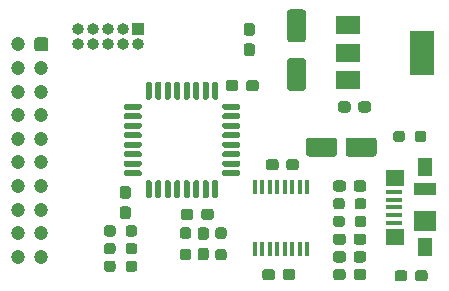
<source format=gbr>
%TF.GenerationSoftware,KiCad,Pcbnew,(5.1.7)-1*%
%TF.CreationDate,2020-11-11T21:59:56+01:00*%
%TF.ProjectId,rgb_ctrl_board,7267625f-6374-4726-9c5f-626f6172642e,rev?*%
%TF.SameCoordinates,Original*%
%TF.FileFunction,Soldermask,Top*%
%TF.FilePolarity,Negative*%
%FSLAX46Y46*%
G04 Gerber Fmt 4.6, Leading zero omitted, Abs format (unit mm)*
G04 Created by KiCad (PCBNEW (5.1.7)-1) date 2020-11-11 21:59:56*
%MOMM*%
%LPD*%
G01*
G04 APERTURE LIST*
%ADD10O,1.000000X1.000000*%
%ADD11R,1.000000X1.000000*%
%ADD12R,2.000000X1.500000*%
%ADD13R,2.000000X3.800000*%
%ADD14R,1.900000X1.000000*%
%ADD15R,1.900000X1.800000*%
%ADD16R,1.300000X1.650000*%
%ADD17R,1.550000X1.425000*%
%ADD18R,1.380000X0.450000*%
%ADD19R,0.400000X1.200000*%
%ADD20C,1.200000*%
G04 APERTURE END LIST*
%TO.C,R10*%
G36*
G01*
X121125000Y-130037500D02*
X121125000Y-129562500D01*
G75*
G02*
X121362500Y-129325000I237500J0D01*
G01*
X121862500Y-129325000D01*
G75*
G02*
X122100000Y-129562500I0J-237500D01*
G01*
X122100000Y-130037500D01*
G75*
G02*
X121862500Y-130275000I-237500J0D01*
G01*
X121362500Y-130275000D01*
G75*
G02*
X121125000Y-130037500I0J237500D01*
G01*
G37*
G36*
G01*
X119300000Y-130037500D02*
X119300000Y-129562500D01*
G75*
G02*
X119537500Y-129325000I237500J0D01*
G01*
X120037500Y-129325000D01*
G75*
G02*
X120275000Y-129562500I0J-237500D01*
G01*
X120275000Y-130037500D01*
G75*
G02*
X120037500Y-130275000I-237500J0D01*
G01*
X119537500Y-130275000D01*
G75*
G02*
X119300000Y-130037500I0J237500D01*
G01*
G37*
%TD*%
%TO.C,R9*%
G36*
G01*
X121125000Y-128537500D02*
X121125000Y-128062500D01*
G75*
G02*
X121362500Y-127825000I237500J0D01*
G01*
X121862500Y-127825000D01*
G75*
G02*
X122100000Y-128062500I0J-237500D01*
G01*
X122100000Y-128537500D01*
G75*
G02*
X121862500Y-128775000I-237500J0D01*
G01*
X121362500Y-128775000D01*
G75*
G02*
X121125000Y-128537500I0J237500D01*
G01*
G37*
G36*
G01*
X119300000Y-128537500D02*
X119300000Y-128062500D01*
G75*
G02*
X119537500Y-127825000I237500J0D01*
G01*
X120037500Y-127825000D01*
G75*
G02*
X120275000Y-128062500I0J-237500D01*
G01*
X120275000Y-128537500D01*
G75*
G02*
X120037500Y-128775000I-237500J0D01*
G01*
X119537500Y-128775000D01*
G75*
G02*
X119300000Y-128537500I0J237500D01*
G01*
G37*
%TD*%
%TO.C,U2*%
G36*
G01*
X122350000Y-122150000D02*
X121100000Y-122150000D01*
G75*
G02*
X120975000Y-122025000I0J125000D01*
G01*
X120975000Y-121775000D01*
G75*
G02*
X121100000Y-121650000I125000J0D01*
G01*
X122350000Y-121650000D01*
G75*
G02*
X122475000Y-121775000I0J-125000D01*
G01*
X122475000Y-122025000D01*
G75*
G02*
X122350000Y-122150000I-125000J0D01*
G01*
G37*
G36*
G01*
X122350000Y-121350000D02*
X121100000Y-121350000D01*
G75*
G02*
X120975000Y-121225000I0J125000D01*
G01*
X120975000Y-120975000D01*
G75*
G02*
X121100000Y-120850000I125000J0D01*
G01*
X122350000Y-120850000D01*
G75*
G02*
X122475000Y-120975000I0J-125000D01*
G01*
X122475000Y-121225000D01*
G75*
G02*
X122350000Y-121350000I-125000J0D01*
G01*
G37*
G36*
G01*
X122350000Y-120550000D02*
X121100000Y-120550000D01*
G75*
G02*
X120975000Y-120425000I0J125000D01*
G01*
X120975000Y-120175000D01*
G75*
G02*
X121100000Y-120050000I125000J0D01*
G01*
X122350000Y-120050000D01*
G75*
G02*
X122475000Y-120175000I0J-125000D01*
G01*
X122475000Y-120425000D01*
G75*
G02*
X122350000Y-120550000I-125000J0D01*
G01*
G37*
G36*
G01*
X122350000Y-119750000D02*
X121100000Y-119750000D01*
G75*
G02*
X120975000Y-119625000I0J125000D01*
G01*
X120975000Y-119375000D01*
G75*
G02*
X121100000Y-119250000I125000J0D01*
G01*
X122350000Y-119250000D01*
G75*
G02*
X122475000Y-119375000I0J-125000D01*
G01*
X122475000Y-119625000D01*
G75*
G02*
X122350000Y-119750000I-125000J0D01*
G01*
G37*
G36*
G01*
X122350000Y-118950000D02*
X121100000Y-118950000D01*
G75*
G02*
X120975000Y-118825000I0J125000D01*
G01*
X120975000Y-118575000D01*
G75*
G02*
X121100000Y-118450000I125000J0D01*
G01*
X122350000Y-118450000D01*
G75*
G02*
X122475000Y-118575000I0J-125000D01*
G01*
X122475000Y-118825000D01*
G75*
G02*
X122350000Y-118950000I-125000J0D01*
G01*
G37*
G36*
G01*
X122350000Y-118150000D02*
X121100000Y-118150000D01*
G75*
G02*
X120975000Y-118025000I0J125000D01*
G01*
X120975000Y-117775000D01*
G75*
G02*
X121100000Y-117650000I125000J0D01*
G01*
X122350000Y-117650000D01*
G75*
G02*
X122475000Y-117775000I0J-125000D01*
G01*
X122475000Y-118025000D01*
G75*
G02*
X122350000Y-118150000I-125000J0D01*
G01*
G37*
G36*
G01*
X122350000Y-117350000D02*
X121100000Y-117350000D01*
G75*
G02*
X120975000Y-117225000I0J125000D01*
G01*
X120975000Y-116975000D01*
G75*
G02*
X121100000Y-116850000I125000J0D01*
G01*
X122350000Y-116850000D01*
G75*
G02*
X122475000Y-116975000I0J-125000D01*
G01*
X122475000Y-117225000D01*
G75*
G02*
X122350000Y-117350000I-125000J0D01*
G01*
G37*
G36*
G01*
X122350000Y-116550000D02*
X121100000Y-116550000D01*
G75*
G02*
X120975000Y-116425000I0J125000D01*
G01*
X120975000Y-116175000D01*
G75*
G02*
X121100000Y-116050000I125000J0D01*
G01*
X122350000Y-116050000D01*
G75*
G02*
X122475000Y-116175000I0J-125000D01*
G01*
X122475000Y-116425000D01*
G75*
G02*
X122350000Y-116550000I-125000J0D01*
G01*
G37*
G36*
G01*
X123225000Y-115675000D02*
X122975000Y-115675000D01*
G75*
G02*
X122850000Y-115550000I0J125000D01*
G01*
X122850000Y-114300000D01*
G75*
G02*
X122975000Y-114175000I125000J0D01*
G01*
X123225000Y-114175000D01*
G75*
G02*
X123350000Y-114300000I0J-125000D01*
G01*
X123350000Y-115550000D01*
G75*
G02*
X123225000Y-115675000I-125000J0D01*
G01*
G37*
G36*
G01*
X124025000Y-115675000D02*
X123775000Y-115675000D01*
G75*
G02*
X123650000Y-115550000I0J125000D01*
G01*
X123650000Y-114300000D01*
G75*
G02*
X123775000Y-114175000I125000J0D01*
G01*
X124025000Y-114175000D01*
G75*
G02*
X124150000Y-114300000I0J-125000D01*
G01*
X124150000Y-115550000D01*
G75*
G02*
X124025000Y-115675000I-125000J0D01*
G01*
G37*
G36*
G01*
X124825000Y-115675000D02*
X124575000Y-115675000D01*
G75*
G02*
X124450000Y-115550000I0J125000D01*
G01*
X124450000Y-114300000D01*
G75*
G02*
X124575000Y-114175000I125000J0D01*
G01*
X124825000Y-114175000D01*
G75*
G02*
X124950000Y-114300000I0J-125000D01*
G01*
X124950000Y-115550000D01*
G75*
G02*
X124825000Y-115675000I-125000J0D01*
G01*
G37*
G36*
G01*
X125625000Y-115675000D02*
X125375000Y-115675000D01*
G75*
G02*
X125250000Y-115550000I0J125000D01*
G01*
X125250000Y-114300000D01*
G75*
G02*
X125375000Y-114175000I125000J0D01*
G01*
X125625000Y-114175000D01*
G75*
G02*
X125750000Y-114300000I0J-125000D01*
G01*
X125750000Y-115550000D01*
G75*
G02*
X125625000Y-115675000I-125000J0D01*
G01*
G37*
G36*
G01*
X126425000Y-115675000D02*
X126175000Y-115675000D01*
G75*
G02*
X126050000Y-115550000I0J125000D01*
G01*
X126050000Y-114300000D01*
G75*
G02*
X126175000Y-114175000I125000J0D01*
G01*
X126425000Y-114175000D01*
G75*
G02*
X126550000Y-114300000I0J-125000D01*
G01*
X126550000Y-115550000D01*
G75*
G02*
X126425000Y-115675000I-125000J0D01*
G01*
G37*
G36*
G01*
X127225000Y-115675000D02*
X126975000Y-115675000D01*
G75*
G02*
X126850000Y-115550000I0J125000D01*
G01*
X126850000Y-114300000D01*
G75*
G02*
X126975000Y-114175000I125000J0D01*
G01*
X127225000Y-114175000D01*
G75*
G02*
X127350000Y-114300000I0J-125000D01*
G01*
X127350000Y-115550000D01*
G75*
G02*
X127225000Y-115675000I-125000J0D01*
G01*
G37*
G36*
G01*
X128025000Y-115675000D02*
X127775000Y-115675000D01*
G75*
G02*
X127650000Y-115550000I0J125000D01*
G01*
X127650000Y-114300000D01*
G75*
G02*
X127775000Y-114175000I125000J0D01*
G01*
X128025000Y-114175000D01*
G75*
G02*
X128150000Y-114300000I0J-125000D01*
G01*
X128150000Y-115550000D01*
G75*
G02*
X128025000Y-115675000I-125000J0D01*
G01*
G37*
G36*
G01*
X128825000Y-115675000D02*
X128575000Y-115675000D01*
G75*
G02*
X128450000Y-115550000I0J125000D01*
G01*
X128450000Y-114300000D01*
G75*
G02*
X128575000Y-114175000I125000J0D01*
G01*
X128825000Y-114175000D01*
G75*
G02*
X128950000Y-114300000I0J-125000D01*
G01*
X128950000Y-115550000D01*
G75*
G02*
X128825000Y-115675000I-125000J0D01*
G01*
G37*
G36*
G01*
X130700000Y-116550000D02*
X129450000Y-116550000D01*
G75*
G02*
X129325000Y-116425000I0J125000D01*
G01*
X129325000Y-116175000D01*
G75*
G02*
X129450000Y-116050000I125000J0D01*
G01*
X130700000Y-116050000D01*
G75*
G02*
X130825000Y-116175000I0J-125000D01*
G01*
X130825000Y-116425000D01*
G75*
G02*
X130700000Y-116550000I-125000J0D01*
G01*
G37*
G36*
G01*
X130700000Y-117350000D02*
X129450000Y-117350000D01*
G75*
G02*
X129325000Y-117225000I0J125000D01*
G01*
X129325000Y-116975000D01*
G75*
G02*
X129450000Y-116850000I125000J0D01*
G01*
X130700000Y-116850000D01*
G75*
G02*
X130825000Y-116975000I0J-125000D01*
G01*
X130825000Y-117225000D01*
G75*
G02*
X130700000Y-117350000I-125000J0D01*
G01*
G37*
G36*
G01*
X130700000Y-118150000D02*
X129450000Y-118150000D01*
G75*
G02*
X129325000Y-118025000I0J125000D01*
G01*
X129325000Y-117775000D01*
G75*
G02*
X129450000Y-117650000I125000J0D01*
G01*
X130700000Y-117650000D01*
G75*
G02*
X130825000Y-117775000I0J-125000D01*
G01*
X130825000Y-118025000D01*
G75*
G02*
X130700000Y-118150000I-125000J0D01*
G01*
G37*
G36*
G01*
X130700000Y-118950000D02*
X129450000Y-118950000D01*
G75*
G02*
X129325000Y-118825000I0J125000D01*
G01*
X129325000Y-118575000D01*
G75*
G02*
X129450000Y-118450000I125000J0D01*
G01*
X130700000Y-118450000D01*
G75*
G02*
X130825000Y-118575000I0J-125000D01*
G01*
X130825000Y-118825000D01*
G75*
G02*
X130700000Y-118950000I-125000J0D01*
G01*
G37*
G36*
G01*
X130700000Y-119750000D02*
X129450000Y-119750000D01*
G75*
G02*
X129325000Y-119625000I0J125000D01*
G01*
X129325000Y-119375000D01*
G75*
G02*
X129450000Y-119250000I125000J0D01*
G01*
X130700000Y-119250000D01*
G75*
G02*
X130825000Y-119375000I0J-125000D01*
G01*
X130825000Y-119625000D01*
G75*
G02*
X130700000Y-119750000I-125000J0D01*
G01*
G37*
G36*
G01*
X130700000Y-120550000D02*
X129450000Y-120550000D01*
G75*
G02*
X129325000Y-120425000I0J125000D01*
G01*
X129325000Y-120175000D01*
G75*
G02*
X129450000Y-120050000I125000J0D01*
G01*
X130700000Y-120050000D01*
G75*
G02*
X130825000Y-120175000I0J-125000D01*
G01*
X130825000Y-120425000D01*
G75*
G02*
X130700000Y-120550000I-125000J0D01*
G01*
G37*
G36*
G01*
X130700000Y-121350000D02*
X129450000Y-121350000D01*
G75*
G02*
X129325000Y-121225000I0J125000D01*
G01*
X129325000Y-120975000D01*
G75*
G02*
X129450000Y-120850000I125000J0D01*
G01*
X130700000Y-120850000D01*
G75*
G02*
X130825000Y-120975000I0J-125000D01*
G01*
X130825000Y-121225000D01*
G75*
G02*
X130700000Y-121350000I-125000J0D01*
G01*
G37*
G36*
G01*
X130700000Y-122150000D02*
X129450000Y-122150000D01*
G75*
G02*
X129325000Y-122025000I0J125000D01*
G01*
X129325000Y-121775000D01*
G75*
G02*
X129450000Y-121650000I125000J0D01*
G01*
X130700000Y-121650000D01*
G75*
G02*
X130825000Y-121775000I0J-125000D01*
G01*
X130825000Y-122025000D01*
G75*
G02*
X130700000Y-122150000I-125000J0D01*
G01*
G37*
G36*
G01*
X128825000Y-124025000D02*
X128575000Y-124025000D01*
G75*
G02*
X128450000Y-123900000I0J125000D01*
G01*
X128450000Y-122650000D01*
G75*
G02*
X128575000Y-122525000I125000J0D01*
G01*
X128825000Y-122525000D01*
G75*
G02*
X128950000Y-122650000I0J-125000D01*
G01*
X128950000Y-123900000D01*
G75*
G02*
X128825000Y-124025000I-125000J0D01*
G01*
G37*
G36*
G01*
X128025000Y-124025000D02*
X127775000Y-124025000D01*
G75*
G02*
X127650000Y-123900000I0J125000D01*
G01*
X127650000Y-122650000D01*
G75*
G02*
X127775000Y-122525000I125000J0D01*
G01*
X128025000Y-122525000D01*
G75*
G02*
X128150000Y-122650000I0J-125000D01*
G01*
X128150000Y-123900000D01*
G75*
G02*
X128025000Y-124025000I-125000J0D01*
G01*
G37*
G36*
G01*
X127225000Y-124025000D02*
X126975000Y-124025000D01*
G75*
G02*
X126850000Y-123900000I0J125000D01*
G01*
X126850000Y-122650000D01*
G75*
G02*
X126975000Y-122525000I125000J0D01*
G01*
X127225000Y-122525000D01*
G75*
G02*
X127350000Y-122650000I0J-125000D01*
G01*
X127350000Y-123900000D01*
G75*
G02*
X127225000Y-124025000I-125000J0D01*
G01*
G37*
G36*
G01*
X126425000Y-124025000D02*
X126175000Y-124025000D01*
G75*
G02*
X126050000Y-123900000I0J125000D01*
G01*
X126050000Y-122650000D01*
G75*
G02*
X126175000Y-122525000I125000J0D01*
G01*
X126425000Y-122525000D01*
G75*
G02*
X126550000Y-122650000I0J-125000D01*
G01*
X126550000Y-123900000D01*
G75*
G02*
X126425000Y-124025000I-125000J0D01*
G01*
G37*
G36*
G01*
X125625000Y-124025000D02*
X125375000Y-124025000D01*
G75*
G02*
X125250000Y-123900000I0J125000D01*
G01*
X125250000Y-122650000D01*
G75*
G02*
X125375000Y-122525000I125000J0D01*
G01*
X125625000Y-122525000D01*
G75*
G02*
X125750000Y-122650000I0J-125000D01*
G01*
X125750000Y-123900000D01*
G75*
G02*
X125625000Y-124025000I-125000J0D01*
G01*
G37*
G36*
G01*
X124825000Y-124025000D02*
X124575000Y-124025000D01*
G75*
G02*
X124450000Y-123900000I0J125000D01*
G01*
X124450000Y-122650000D01*
G75*
G02*
X124575000Y-122525000I125000J0D01*
G01*
X124825000Y-122525000D01*
G75*
G02*
X124950000Y-122650000I0J-125000D01*
G01*
X124950000Y-123900000D01*
G75*
G02*
X124825000Y-124025000I-125000J0D01*
G01*
G37*
G36*
G01*
X124025000Y-124025000D02*
X123775000Y-124025000D01*
G75*
G02*
X123650000Y-123900000I0J125000D01*
G01*
X123650000Y-122650000D01*
G75*
G02*
X123775000Y-122525000I125000J0D01*
G01*
X124025000Y-122525000D01*
G75*
G02*
X124150000Y-122650000I0J-125000D01*
G01*
X124150000Y-123900000D01*
G75*
G02*
X124025000Y-124025000I-125000J0D01*
G01*
G37*
G36*
G01*
X123225000Y-124025000D02*
X122975000Y-124025000D01*
G75*
G02*
X122850000Y-123900000I0J125000D01*
G01*
X122850000Y-122650000D01*
G75*
G02*
X122975000Y-122525000I125000J0D01*
G01*
X123225000Y-122525000D01*
G75*
G02*
X123350000Y-122650000I0J-125000D01*
G01*
X123350000Y-123900000D01*
G75*
G02*
X123225000Y-124025000I-125000J0D01*
G01*
G37*
%TD*%
%TO.C,R7*%
G36*
G01*
X129437500Y-127475000D02*
X128962500Y-127475000D01*
G75*
G02*
X128725000Y-127237500I0J237500D01*
G01*
X128725000Y-126737500D01*
G75*
G02*
X128962500Y-126500000I237500J0D01*
G01*
X129437500Y-126500000D01*
G75*
G02*
X129675000Y-126737500I0J-237500D01*
G01*
X129675000Y-127237500D01*
G75*
G02*
X129437500Y-127475000I-237500J0D01*
G01*
G37*
G36*
G01*
X129437500Y-129300000D02*
X128962500Y-129300000D01*
G75*
G02*
X128725000Y-129062500I0J237500D01*
G01*
X128725000Y-128562500D01*
G75*
G02*
X128962500Y-128325000I237500J0D01*
G01*
X129437500Y-128325000D01*
G75*
G02*
X129675000Y-128562500I0J-237500D01*
G01*
X129675000Y-129062500D01*
G75*
G02*
X129437500Y-129300000I-237500J0D01*
G01*
G37*
%TD*%
%TO.C,C1*%
G36*
G01*
X140825000Y-116537500D02*
X140825000Y-116062500D01*
G75*
G02*
X141062500Y-115825000I237500J0D01*
G01*
X141662500Y-115825000D01*
G75*
G02*
X141900000Y-116062500I0J-237500D01*
G01*
X141900000Y-116537500D01*
G75*
G02*
X141662500Y-116775000I-237500J0D01*
G01*
X141062500Y-116775000D01*
G75*
G02*
X140825000Y-116537500I0J237500D01*
G01*
G37*
G36*
G01*
X139100000Y-116537500D02*
X139100000Y-116062500D01*
G75*
G02*
X139337500Y-115825000I237500J0D01*
G01*
X139937500Y-115825000D01*
G75*
G02*
X140175000Y-116062500I0J-237500D01*
G01*
X140175000Y-116537500D01*
G75*
G02*
X139937500Y-116775000I-237500J0D01*
G01*
X139337500Y-116775000D01*
G75*
G02*
X139100000Y-116537500I0J237500D01*
G01*
G37*
%TD*%
D10*
%TO.C,J3*%
X117120000Y-110970000D03*
X117120000Y-109700000D03*
X118390000Y-110970000D03*
X118390000Y-109700000D03*
X119660000Y-110970000D03*
X119660000Y-109700000D03*
X120930000Y-110970000D03*
X120930000Y-109700000D03*
X122200000Y-110970000D03*
D11*
X122200000Y-109700000D03*
%TD*%
D12*
%TO.C,U1*%
X139950000Y-109400000D03*
X139950000Y-114000000D03*
X139950000Y-111700000D03*
D13*
X146250000Y-111700000D03*
%TD*%
%TO.C,R8*%
G36*
G01*
X145625000Y-119037500D02*
X145625000Y-118562500D01*
G75*
G02*
X145862500Y-118325000I237500J0D01*
G01*
X146362500Y-118325000D01*
G75*
G02*
X146600000Y-118562500I0J-237500D01*
G01*
X146600000Y-119037500D01*
G75*
G02*
X146362500Y-119275000I-237500J0D01*
G01*
X145862500Y-119275000D01*
G75*
G02*
X145625000Y-119037500I0J237500D01*
G01*
G37*
G36*
G01*
X143800000Y-119037500D02*
X143800000Y-118562500D01*
G75*
G02*
X144037500Y-118325000I237500J0D01*
G01*
X144537500Y-118325000D01*
G75*
G02*
X144775000Y-118562500I0J-237500D01*
G01*
X144775000Y-119037500D01*
G75*
G02*
X144537500Y-119275000I-237500J0D01*
G01*
X144037500Y-119275000D01*
G75*
G02*
X143800000Y-119037500I0J237500D01*
G01*
G37*
%TD*%
D14*
%TO.C,J2*%
X146500000Y-123250000D03*
D15*
X146500000Y-125950000D03*
D16*
X146500000Y-121425000D03*
X146500000Y-128175000D03*
D17*
X143925000Y-122312500D03*
X143925000Y-127287500D03*
D18*
X143840000Y-123500000D03*
X143840000Y-124150000D03*
X143840000Y-124800000D03*
X143840000Y-125450000D03*
X143840000Y-126100000D03*
%TD*%
%TO.C,FB1*%
G36*
G01*
X140450000Y-130737500D02*
X140450000Y-130262500D01*
G75*
G02*
X140687500Y-130025000I237500J0D01*
G01*
X141262500Y-130025000D01*
G75*
G02*
X141500000Y-130262500I0J-237500D01*
G01*
X141500000Y-130737500D01*
G75*
G02*
X141262500Y-130975000I-237500J0D01*
G01*
X140687500Y-130975000D01*
G75*
G02*
X140450000Y-130737500I0J237500D01*
G01*
G37*
G36*
G01*
X138700000Y-130737500D02*
X138700000Y-130262500D01*
G75*
G02*
X138937500Y-130025000I237500J0D01*
G01*
X139512500Y-130025000D01*
G75*
G02*
X139750000Y-130262500I0J-237500D01*
G01*
X139750000Y-130737500D01*
G75*
G02*
X139512500Y-130975000I-237500J0D01*
G01*
X138937500Y-130975000D01*
G75*
G02*
X138700000Y-130737500I0J237500D01*
G01*
G37*
%TD*%
%TO.C,C14*%
G36*
G01*
X144975000Y-130362500D02*
X144975000Y-130837500D01*
G75*
G02*
X144737500Y-131075000I-237500J0D01*
G01*
X144137500Y-131075000D01*
G75*
G02*
X143900000Y-130837500I0J237500D01*
G01*
X143900000Y-130362500D01*
G75*
G02*
X144137500Y-130125000I237500J0D01*
G01*
X144737500Y-130125000D01*
G75*
G02*
X144975000Y-130362500I0J-237500D01*
G01*
G37*
G36*
G01*
X146700000Y-130362500D02*
X146700000Y-130837500D01*
G75*
G02*
X146462500Y-131075000I-237500J0D01*
G01*
X145862500Y-131075000D01*
G75*
G02*
X145625000Y-130837500I0J237500D01*
G01*
X145625000Y-130362500D01*
G75*
G02*
X145862500Y-130125000I237500J0D01*
G01*
X146462500Y-130125000D01*
G75*
G02*
X146700000Y-130362500I0J-237500D01*
G01*
G37*
%TD*%
%TO.C,C13*%
G36*
G01*
X134075000Y-120962500D02*
X134075000Y-121437500D01*
G75*
G02*
X133837500Y-121675000I-237500J0D01*
G01*
X133237500Y-121675000D01*
G75*
G02*
X133000000Y-121437500I0J237500D01*
G01*
X133000000Y-120962500D01*
G75*
G02*
X133237500Y-120725000I237500J0D01*
G01*
X133837500Y-120725000D01*
G75*
G02*
X134075000Y-120962500I0J-237500D01*
G01*
G37*
G36*
G01*
X135800000Y-120962500D02*
X135800000Y-121437500D01*
G75*
G02*
X135562500Y-121675000I-237500J0D01*
G01*
X134962500Y-121675000D01*
G75*
G02*
X134725000Y-121437500I0J237500D01*
G01*
X134725000Y-120962500D01*
G75*
G02*
X134962500Y-120725000I237500J0D01*
G01*
X135562500Y-120725000D01*
G75*
G02*
X135800000Y-120962500I0J-237500D01*
G01*
G37*
%TD*%
%TO.C,C12*%
G36*
G01*
X139775000Y-128762500D02*
X139775000Y-129237500D01*
G75*
G02*
X139537500Y-129475000I-237500J0D01*
G01*
X138937500Y-129475000D01*
G75*
G02*
X138700000Y-129237500I0J237500D01*
G01*
X138700000Y-128762500D01*
G75*
G02*
X138937500Y-128525000I237500J0D01*
G01*
X139537500Y-128525000D01*
G75*
G02*
X139775000Y-128762500I0J-237500D01*
G01*
G37*
G36*
G01*
X141500000Y-128762500D02*
X141500000Y-129237500D01*
G75*
G02*
X141262500Y-129475000I-237500J0D01*
G01*
X140662500Y-129475000D01*
G75*
G02*
X140425000Y-129237500I0J237500D01*
G01*
X140425000Y-128762500D01*
G75*
G02*
X140662500Y-128525000I237500J0D01*
G01*
X141262500Y-128525000D01*
G75*
G02*
X141500000Y-128762500I0J-237500D01*
G01*
G37*
%TD*%
%TO.C,C11*%
G36*
G01*
X134425000Y-130737500D02*
X134425000Y-130262500D01*
G75*
G02*
X134662500Y-130025000I237500J0D01*
G01*
X135262500Y-130025000D01*
G75*
G02*
X135500000Y-130262500I0J-237500D01*
G01*
X135500000Y-130737500D01*
G75*
G02*
X135262500Y-130975000I-237500J0D01*
G01*
X134662500Y-130975000D01*
G75*
G02*
X134425000Y-130737500I0J237500D01*
G01*
G37*
G36*
G01*
X132700000Y-130737500D02*
X132700000Y-130262500D01*
G75*
G02*
X132937500Y-130025000I237500J0D01*
G01*
X133537500Y-130025000D01*
G75*
G02*
X133775000Y-130262500I0J-237500D01*
G01*
X133775000Y-130737500D01*
G75*
G02*
X133537500Y-130975000I-237500J0D01*
G01*
X132937500Y-130975000D01*
G75*
G02*
X132700000Y-130737500I0J237500D01*
G01*
G37*
%TD*%
%TO.C,C10*%
G36*
G01*
X136150000Y-110825000D02*
X135050000Y-110825000D01*
G75*
G02*
X134800000Y-110575000I0J250000D01*
G01*
X134800000Y-108300000D01*
G75*
G02*
X135050000Y-108050000I250000J0D01*
G01*
X136150000Y-108050000D01*
G75*
G02*
X136400000Y-108300000I0J-250000D01*
G01*
X136400000Y-110575000D01*
G75*
G02*
X136150000Y-110825000I-250000J0D01*
G01*
G37*
G36*
G01*
X136150000Y-114950000D02*
X135050000Y-114950000D01*
G75*
G02*
X134800000Y-114700000I0J250000D01*
G01*
X134800000Y-112425000D01*
G75*
G02*
X135050000Y-112175000I250000J0D01*
G01*
X136150000Y-112175000D01*
G75*
G02*
X136400000Y-112425000I0J-250000D01*
G01*
X136400000Y-114700000D01*
G75*
G02*
X136150000Y-114950000I-250000J0D01*
G01*
G37*
%TD*%
%TO.C,C9*%
G36*
G01*
X139750000Y-120250000D02*
X139750000Y-119150000D01*
G75*
G02*
X140000000Y-118900000I250000J0D01*
G01*
X142150000Y-118900000D01*
G75*
G02*
X142400000Y-119150000I0J-250000D01*
G01*
X142400000Y-120250000D01*
G75*
G02*
X142150000Y-120500000I-250000J0D01*
G01*
X140000000Y-120500000D01*
G75*
G02*
X139750000Y-120250000I0J250000D01*
G01*
G37*
G36*
G01*
X136400000Y-120250000D02*
X136400000Y-119150000D01*
G75*
G02*
X136650000Y-118900000I250000J0D01*
G01*
X138800000Y-118900000D01*
G75*
G02*
X139050000Y-119150000I0J-250000D01*
G01*
X139050000Y-120250000D01*
G75*
G02*
X138800000Y-120500000I-250000J0D01*
G01*
X136650000Y-120500000D01*
G75*
G02*
X136400000Y-120250000I0J250000D01*
G01*
G37*
%TD*%
D19*
%TO.C,U3*%
X132077500Y-123100000D03*
X132712500Y-123100000D03*
X133347500Y-123100000D03*
X133982500Y-123100000D03*
X134617500Y-123100000D03*
X135252500Y-123100000D03*
X135887500Y-123100000D03*
X136522500Y-123100000D03*
X136522500Y-128300000D03*
X135887500Y-128300000D03*
X135252500Y-128300000D03*
X134617500Y-128300000D03*
X133982500Y-128300000D03*
X133347500Y-128300000D03*
X132712500Y-128300000D03*
X132077500Y-128300000D03*
%TD*%
%TO.C,R6*%
G36*
G01*
X140525000Y-124737500D02*
X140525000Y-124262500D01*
G75*
G02*
X140762500Y-124025000I237500J0D01*
G01*
X141262500Y-124025000D01*
G75*
G02*
X141500000Y-124262500I0J-237500D01*
G01*
X141500000Y-124737500D01*
G75*
G02*
X141262500Y-124975000I-237500J0D01*
G01*
X140762500Y-124975000D01*
G75*
G02*
X140525000Y-124737500I0J237500D01*
G01*
G37*
G36*
G01*
X138700000Y-124737500D02*
X138700000Y-124262500D01*
G75*
G02*
X138937500Y-124025000I237500J0D01*
G01*
X139437500Y-124025000D01*
G75*
G02*
X139675000Y-124262500I0J-237500D01*
G01*
X139675000Y-124737500D01*
G75*
G02*
X139437500Y-124975000I-237500J0D01*
G01*
X138937500Y-124975000D01*
G75*
G02*
X138700000Y-124737500I0J237500D01*
G01*
G37*
%TD*%
%TO.C,R5*%
G36*
G01*
X140525000Y-126237500D02*
X140525000Y-125762500D01*
G75*
G02*
X140762500Y-125525000I237500J0D01*
G01*
X141262500Y-125525000D01*
G75*
G02*
X141500000Y-125762500I0J-237500D01*
G01*
X141500000Y-126237500D01*
G75*
G02*
X141262500Y-126475000I-237500J0D01*
G01*
X140762500Y-126475000D01*
G75*
G02*
X140525000Y-126237500I0J237500D01*
G01*
G37*
G36*
G01*
X138700000Y-126237500D02*
X138700000Y-125762500D01*
G75*
G02*
X138937500Y-125525000I237500J0D01*
G01*
X139437500Y-125525000D01*
G75*
G02*
X139675000Y-125762500I0J-237500D01*
G01*
X139675000Y-126237500D01*
G75*
G02*
X139437500Y-126475000I-237500J0D01*
G01*
X138937500Y-126475000D01*
G75*
G02*
X138700000Y-126237500I0J237500D01*
G01*
G37*
%TD*%
%TO.C,R2*%
G36*
G01*
X121125000Y-127037500D02*
X121125000Y-126562500D01*
G75*
G02*
X121362500Y-126325000I237500J0D01*
G01*
X121862500Y-126325000D01*
G75*
G02*
X122100000Y-126562500I0J-237500D01*
G01*
X122100000Y-127037500D01*
G75*
G02*
X121862500Y-127275000I-237500J0D01*
G01*
X121362500Y-127275000D01*
G75*
G02*
X121125000Y-127037500I0J237500D01*
G01*
G37*
G36*
G01*
X119300000Y-127037500D02*
X119300000Y-126562500D01*
G75*
G02*
X119537500Y-126325000I237500J0D01*
G01*
X120037500Y-126325000D01*
G75*
G02*
X120275000Y-126562500I0J-237500D01*
G01*
X120275000Y-127037500D01*
G75*
G02*
X120037500Y-127275000I-237500J0D01*
G01*
X119537500Y-127275000D01*
G75*
G02*
X119300000Y-127037500I0J237500D01*
G01*
G37*
%TD*%
%TO.C,R1*%
G36*
G01*
X125962500Y-128325000D02*
X126437500Y-128325000D01*
G75*
G02*
X126675000Y-128562500I0J-237500D01*
G01*
X126675000Y-129062500D01*
G75*
G02*
X126437500Y-129300000I-237500J0D01*
G01*
X125962500Y-129300000D01*
G75*
G02*
X125725000Y-129062500I0J237500D01*
G01*
X125725000Y-128562500D01*
G75*
G02*
X125962500Y-128325000I237500J0D01*
G01*
G37*
G36*
G01*
X125962500Y-126500000D02*
X126437500Y-126500000D01*
G75*
G02*
X126675000Y-126737500I0J-237500D01*
G01*
X126675000Y-127237500D01*
G75*
G02*
X126437500Y-127475000I-237500J0D01*
G01*
X125962500Y-127475000D01*
G75*
G02*
X125725000Y-127237500I0J237500D01*
G01*
X125725000Y-126737500D01*
G75*
G02*
X125962500Y-126500000I237500J0D01*
G01*
G37*
%TD*%
D20*
%TO.C,J1*%
X112000000Y-129000000D03*
X112000000Y-127000000D03*
X112000000Y-125000000D03*
X112000000Y-123000000D03*
X112000000Y-121000000D03*
X112000000Y-119000000D03*
X112000000Y-117000000D03*
X112000000Y-115000000D03*
X112000000Y-113000000D03*
X112000000Y-111000000D03*
X114000000Y-129000000D03*
X114000000Y-127000000D03*
X114000000Y-125000000D03*
X114000000Y-123000000D03*
X114000000Y-121000000D03*
X114000000Y-119000000D03*
X114000000Y-117000000D03*
X114000000Y-115000000D03*
X114000000Y-113000000D03*
G36*
G01*
X113649999Y-110400000D02*
X114350001Y-110400000D01*
G75*
G02*
X114600000Y-110649999I0J-249999D01*
G01*
X114600000Y-111350001D01*
G75*
G02*
X114350001Y-111600000I-249999J0D01*
G01*
X113649999Y-111600000D01*
G75*
G02*
X113400000Y-111350001I0J249999D01*
G01*
X113400000Y-110649999D01*
G75*
G02*
X113649999Y-110400000I249999J0D01*
G01*
G37*
%TD*%
%TO.C,C8*%
G36*
G01*
X139775000Y-122762500D02*
X139775000Y-123237500D01*
G75*
G02*
X139537500Y-123475000I-237500J0D01*
G01*
X138937500Y-123475000D01*
G75*
G02*
X138700000Y-123237500I0J237500D01*
G01*
X138700000Y-122762500D01*
G75*
G02*
X138937500Y-122525000I237500J0D01*
G01*
X139537500Y-122525000D01*
G75*
G02*
X139775000Y-122762500I0J-237500D01*
G01*
G37*
G36*
G01*
X141500000Y-122762500D02*
X141500000Y-123237500D01*
G75*
G02*
X141262500Y-123475000I-237500J0D01*
G01*
X140662500Y-123475000D01*
G75*
G02*
X140425000Y-123237500I0J237500D01*
G01*
X140425000Y-122762500D01*
G75*
G02*
X140662500Y-122525000I237500J0D01*
G01*
X141262500Y-122525000D01*
G75*
G02*
X141500000Y-122762500I0J-237500D01*
G01*
G37*
%TD*%
%TO.C,C7*%
G36*
G01*
X139775000Y-127262500D02*
X139775000Y-127737500D01*
G75*
G02*
X139537500Y-127975000I-237500J0D01*
G01*
X138937500Y-127975000D01*
G75*
G02*
X138700000Y-127737500I0J237500D01*
G01*
X138700000Y-127262500D01*
G75*
G02*
X138937500Y-127025000I237500J0D01*
G01*
X139537500Y-127025000D01*
G75*
G02*
X139775000Y-127262500I0J-237500D01*
G01*
G37*
G36*
G01*
X141500000Y-127262500D02*
X141500000Y-127737500D01*
G75*
G02*
X141262500Y-127975000I-237500J0D01*
G01*
X140662500Y-127975000D01*
G75*
G02*
X140425000Y-127737500I0J237500D01*
G01*
X140425000Y-127262500D01*
G75*
G02*
X140662500Y-127025000I237500J0D01*
G01*
X141262500Y-127025000D01*
G75*
G02*
X141500000Y-127262500I0J-237500D01*
G01*
G37*
%TD*%
%TO.C,C6*%
G36*
G01*
X127937500Y-127575000D02*
X127462500Y-127575000D01*
G75*
G02*
X127225000Y-127337500I0J237500D01*
G01*
X127225000Y-126737500D01*
G75*
G02*
X127462500Y-126500000I237500J0D01*
G01*
X127937500Y-126500000D01*
G75*
G02*
X128175000Y-126737500I0J-237500D01*
G01*
X128175000Y-127337500D01*
G75*
G02*
X127937500Y-127575000I-237500J0D01*
G01*
G37*
G36*
G01*
X127937500Y-129300000D02*
X127462500Y-129300000D01*
G75*
G02*
X127225000Y-129062500I0J237500D01*
G01*
X127225000Y-128462500D01*
G75*
G02*
X127462500Y-128225000I237500J0D01*
G01*
X127937500Y-128225000D01*
G75*
G02*
X128175000Y-128462500I0J-237500D01*
G01*
X128175000Y-129062500D01*
G75*
G02*
X127937500Y-129300000I-237500J0D01*
G01*
G37*
%TD*%
%TO.C,C5*%
G36*
G01*
X127525000Y-125637500D02*
X127525000Y-125162500D01*
G75*
G02*
X127762500Y-124925000I237500J0D01*
G01*
X128362500Y-124925000D01*
G75*
G02*
X128600000Y-125162500I0J-237500D01*
G01*
X128600000Y-125637500D01*
G75*
G02*
X128362500Y-125875000I-237500J0D01*
G01*
X127762500Y-125875000D01*
G75*
G02*
X127525000Y-125637500I0J237500D01*
G01*
G37*
G36*
G01*
X125800000Y-125637500D02*
X125800000Y-125162500D01*
G75*
G02*
X126037500Y-124925000I237500J0D01*
G01*
X126637500Y-124925000D01*
G75*
G02*
X126875000Y-125162500I0J-237500D01*
G01*
X126875000Y-125637500D01*
G75*
G02*
X126637500Y-125875000I-237500J0D01*
G01*
X126037500Y-125875000D01*
G75*
G02*
X125800000Y-125637500I0J237500D01*
G01*
G37*
%TD*%
%TO.C,C4*%
G36*
G01*
X121337500Y-124075000D02*
X120862500Y-124075000D01*
G75*
G02*
X120625000Y-123837500I0J237500D01*
G01*
X120625000Y-123237500D01*
G75*
G02*
X120862500Y-123000000I237500J0D01*
G01*
X121337500Y-123000000D01*
G75*
G02*
X121575000Y-123237500I0J-237500D01*
G01*
X121575000Y-123837500D01*
G75*
G02*
X121337500Y-124075000I-237500J0D01*
G01*
G37*
G36*
G01*
X121337500Y-125800000D02*
X120862500Y-125800000D01*
G75*
G02*
X120625000Y-125562500I0J237500D01*
G01*
X120625000Y-124962500D01*
G75*
G02*
X120862500Y-124725000I237500J0D01*
G01*
X121337500Y-124725000D01*
G75*
G02*
X121575000Y-124962500I0J-237500D01*
G01*
X121575000Y-125562500D01*
G75*
G02*
X121337500Y-125800000I-237500J0D01*
G01*
G37*
%TD*%
%TO.C,C3*%
G36*
G01*
X131325000Y-114737500D02*
X131325000Y-114262500D01*
G75*
G02*
X131562500Y-114025000I237500J0D01*
G01*
X132162500Y-114025000D01*
G75*
G02*
X132400000Y-114262500I0J-237500D01*
G01*
X132400000Y-114737500D01*
G75*
G02*
X132162500Y-114975000I-237500J0D01*
G01*
X131562500Y-114975000D01*
G75*
G02*
X131325000Y-114737500I0J237500D01*
G01*
G37*
G36*
G01*
X129600000Y-114737500D02*
X129600000Y-114262500D01*
G75*
G02*
X129837500Y-114025000I237500J0D01*
G01*
X130437500Y-114025000D01*
G75*
G02*
X130675000Y-114262500I0J-237500D01*
G01*
X130675000Y-114737500D01*
G75*
G02*
X130437500Y-114975000I-237500J0D01*
G01*
X129837500Y-114975000D01*
G75*
G02*
X129600000Y-114737500I0J237500D01*
G01*
G37*
%TD*%
%TO.C,C2*%
G36*
G01*
X131837500Y-110275000D02*
X131362500Y-110275000D01*
G75*
G02*
X131125000Y-110037500I0J237500D01*
G01*
X131125000Y-109437500D01*
G75*
G02*
X131362500Y-109200000I237500J0D01*
G01*
X131837500Y-109200000D01*
G75*
G02*
X132075000Y-109437500I0J-237500D01*
G01*
X132075000Y-110037500D01*
G75*
G02*
X131837500Y-110275000I-237500J0D01*
G01*
G37*
G36*
G01*
X131837500Y-112000000D02*
X131362500Y-112000000D01*
G75*
G02*
X131125000Y-111762500I0J237500D01*
G01*
X131125000Y-111162500D01*
G75*
G02*
X131362500Y-110925000I237500J0D01*
G01*
X131837500Y-110925000D01*
G75*
G02*
X132075000Y-111162500I0J-237500D01*
G01*
X132075000Y-111762500D01*
G75*
G02*
X131837500Y-112000000I-237500J0D01*
G01*
G37*
%TD*%
M02*

</source>
